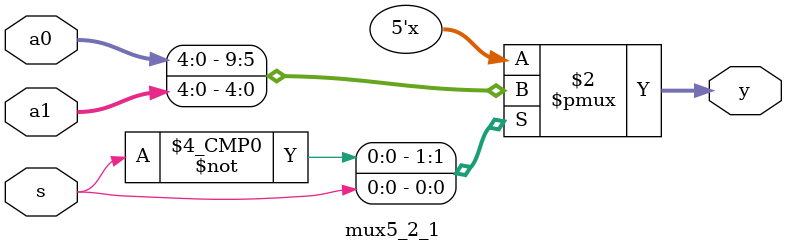
<source format=v>
`timescale 1ns / 1ps
module mux5_2_1(a0,a1,s,y
    );
	 input [4:0] a0,a1;
	 input s;
	 output [4:0] y;
	 
	 reg [4:0] y;
	 always @ (*)
		begin
			case(s)
				1'b0: y=a0;
				1'b1: y=a1;
				default: y=1'bx; 
			endcase
		end
endmodule
</source>
